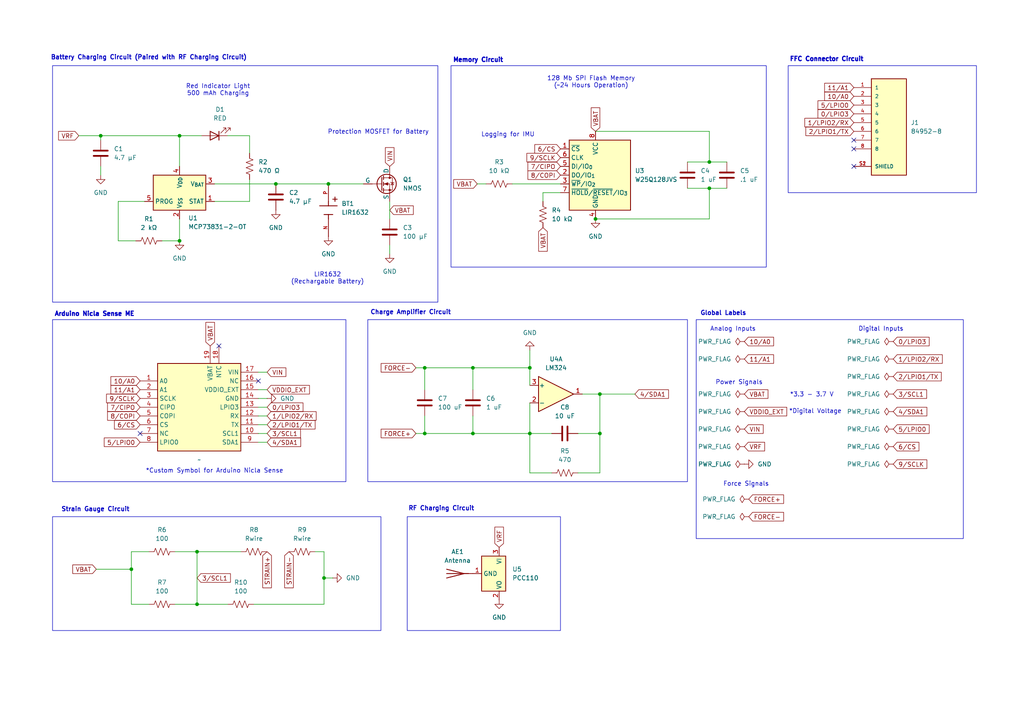
<source format=kicad_sch>
(kicad_sch (version 20250114) (generator "eeschema") (generator_version "9.0")
  (paper "A4")
  (lib_symbols
    (symbol "Amplifier_Operational:LM324" (pin_names (offset 0.127))
      (property "Reference" "U" (at 0 5.08 0))
      (property "Value" "LM324" (at 0 -5.08 0))
      (symbol "LM324_1_1"
        (polyline (pts (xy -5.08 5.08) (xy 5.08 0) (xy -5.08 -5.08) (xy -5.08 5.08)) (stroke (width 0.254)) (fill (type background)))
        (pin input line (at -7.62 2.54 0) (length 2.54) (name "+") (number "3"))
        (pin input line (at -7.62 -2.54 0) (length 2.54) (name "-") (number "2"))
        (pin output line (at 7.62 0 180) (length 2.54) (name "~") (number "1"))
      )
      (symbol "LM324_2_1"
        (polyline (pts (xy -5.08 5.08) (xy 5.08 0) (xy -5.08 -5.08) (xy -5.08 5.08)) (stroke (width 0.254)) (fill (type background)))
        (pin input line (at -7.62 2.54 0) (length 2.54) (name "+") (number "5"))
        (pin input line (at -7.62 -2.54 0) (length 2.54) (name "-") (number "6"))
        (pin output line (at 7.62 0 180) (length 2.54) (name "~") (number "7"))
      )
      (symbol "LM324_3_1"
        (polyline (pts (xy -5.08 5.08) (xy 5.08 0) (xy -5.08 -5.08) (xy -5.08 5.08)) (stroke (width 0.254)) (fill (type background)))
        (pin input line (at -7.62 2.54 0) (length 2.54) (name "+") (number "10"))
        (pin input line (at -7.62 -2.54 0) (length 2.54) (name "-") (number "9"))
        (pin output line (at 7.62 0 180) (length 2.54) (name "~") (number "8"))
      )
      (symbol "LM324_4_1"
        (polyline (pts (xy -5.08 5.08) (xy 5.08 0) (xy -5.08 -5.08) (xy -5.08 5.08)) (stroke (width 0.254)) (fill (type background)))
        (pin input line (at -7.62 2.54 0) (length 2.54) (name "+") (number "12"))
        (pin input line (at -7.62 -2.54 0) (length 2.54) (name "-") (number "13"))
        (pin output line (at 7.62 0 180) (length 2.54) (name "~") (number "14"))
      )
      (symbol "LM324_5_1"
        (pin power_in line (at -2.54 7.62 270) (length 3.81) (name "V+") (number "4"))
        (pin power_in line (at -2.54 -7.62 90) (length 3.81) (name "V-") (number "11"))
      )
    )
    (symbol "Battery_Management:MCP73831-2-OT"
      (property "Reference" "U" (at -7.62 6.35 0))
      (property "Value" "MCP73831-2-OT" (at 1.27 6.35 0))
      (symbol "MCP73831-2-OT_0_1"
        (rectangle (start -7.62 5.08) (end 7.62 -5.08) (stroke (width 0.254)) (fill (type background)))
      )
      (symbol "MCP73831-2-OT_1_1"
        (pin input line (at -10.16 -2.54 0) (length 2.54) (name "PROG") (number "5"))
        (pin power_in line (at 0 7.62 270) (length 2.54) (name "V_{DD}") (number "4"))
        (pin power_in line (at 0 -7.62 90) (length 2.54) (name "V_{SS}") (number "2"))
        (pin power_out line (at 10.16 2.54 180) (length 2.54) (name "V_{BAT}") (number "3"))
        (pin tri_state line (at 10.16 -2.54 180) (length 2.54) (name "STAT") (number "1"))
      )
    )
    (symbol "Device:Antenna" (pin_numbers (hide yes)) (pin_names (offset 1.016) (hide yes))
      (property "Reference" "AE" (at -1.905 1.905 0))
      (property "Value" "Antenna" (at -1.905 0 0))
      (symbol "Antenna_0_1"
        (polyline (pts (xy 0 2.54) (xy 0 -3.81)) (stroke (width 0.254)))
        (polyline (pts (xy 1.27 2.54) (xy 0 -2.54) (xy -1.27 2.54)) (stroke (width 0.254)))
      )
      (symbol "Antenna_1_1"
        (pin input line (at 0 -5.08 90) (length 2.54) (name "A") (number "1"))
      )
    )
    (symbol "Device:C" (pin_numbers (hide yes)) (pin_names (offset 0.254))
      (property "Reference" "C" (at 0.635 2.54 0))
      (property "Value" "C" (at 0.635 -2.54 0))
      (symbol "C_0_1"
        (polyline (pts (xy -2.032 0.762) (xy 2.032 0.762)) (stroke (width 0.508)))
        (polyline (pts (xy -2.032 -0.762) (xy 2.032 -0.762)) (stroke (width 0.508)))
      )
      (symbol "C_1_1"
        (pin passive line (at 0 3.81 270) (length 2.794) (name "~") (number "1"))
        (pin passive line (at 0 -3.81 90) (length 2.794) (name "~") (number "2"))
      )
    )
    (symbol "Device:LED" (pin_numbers (hide yes)) (pin_names (offset 1.016) (hide yes))
      (property "Reference" "D" (at 0 2.54 0))
      (property "Value" "LED" (at 0 -2.54 0))
      (symbol "LED_0_1"
        (polyline (pts (xy -3.048 -0.762) (xy -4.572 -2.286) (xy -3.81 -2.286) (xy -4.572 -2.286) (xy -4.572 -1.524)))
        (polyline (pts (xy -1.778 -0.762) (xy -3.302 -2.286) (xy -2.54 -2.286) (xy -3.302 -2.286) (xy -3.302 -1.524)))
        (polyline (pts (xy -1.27 0) (xy 1.27 0)))
        (polyline (pts (xy -1.27 -1.27) (xy -1.27 1.27)) (stroke (width 0.254)))
        (polyline (pts (xy 1.27 -1.27) (xy 1.27 1.27) (xy -1.27 0) (xy 1.27 -1.27)) (stroke (width 0.254)))
      )
      (symbol "LED_1_1"
        (pin passive line (at -3.81 0 0) (length 2.54) (name "K") (number "1"))
        (pin passive line (at 3.81 0 180) (length 2.54) (name "A") (number "2"))
      )
    )
    (symbol "Device:R_US" (pin_numbers (hide yes)) (pin_names (offset 0))
      (property "Reference" "R" (at 2.54 0 90))
      (property "Value" "R_US" (at -2.54 0 90))
      (symbol "R_US_0_1"
        (polyline (pts (xy 0 2.286) (xy 0 2.54)))
        (polyline (pts (xy 0 2.286) (xy 1.016 1.905) (xy 0 1.524) (xy -1.016 1.143) (xy 0 0.762)))
        (polyline (pts (xy 0 0.762) (xy 1.016 0.381) (xy 0 0) (xy -1.016 -0.381) (xy 0 -0.762)))
        (polyline (pts (xy 0 -0.762) (xy 1.016 -1.143) (xy 0 -1.524) (xy -1.016 -1.905) (xy 0 -2.286)))
        (polyline (pts (xy 0 -2.286) (xy 0 -2.54)))
      )
      (symbol "R_US_1_1"
        (pin passive line (at 0 3.81 270) (length 1.27) (name "~") (number "1"))
        (pin passive line (at 0 -3.81 90) (length 1.27) (name "~") (number "2"))
      )
    )
    (symbol "Memory_Flash:W25Q128JVS"
      (property "Reference" "U" (at -6.35 11.43 0))
      (property "Value" "W25Q128JVS" (at 7.62 11.43 0))
      (symbol "W25Q128JVS_0_1"
        (rectangle (start -7.62 10.16) (end 10.16 -10.16) (stroke (width 0.254)) (fill (type background)))
      )
      (symbol "W25Q128JVS_1_1"
        (pin input line (at -10.16 7.62 0) (length 2.54) (name "~{CS}") (number "1"))
        (pin input line (at -10.16 5.08 0) (length 2.54) (name "CLK") (number "6"))
        (pin bidirectional line (at -10.16 2.54 0) (length 2.54) (name "DI/IO_{0}") (number "5"))
        (pin bidirectional line (at -10.16 0 0) (length 2.54) (name "DO/IO_{1}") (number "2"))
        (pin bidirectional line (at -10.16 -2.54 0) (length 2.54) (name "~{WP}/IO_{2}") (number "3"))
        (pin bidirectional line (at -10.16 -5.08 0) (length 2.54) (name "~{HOLD}/~{RESET}/IO_{3}") (number "7"))
        (pin power_in line (at 0 12.7 270) (length 2.54) (name "VCC") (number "8"))
        (pin power_in line (at 0 -12.7 90) (length 2.54) (name "GND") (number "4"))
      )
    )
    (symbol "Regulator_Linear:LM1117DT-1.8"
      (property "Reference" "U" (at -3.81 3.175 0))
      (property "Value" "LM1117DT-1.8" (at 0 3.175 0))
      (symbol "LM1117DT-1.8_0_1"
        (rectangle (start -5.08 -5.08) (end 5.08 1.905) (stroke (width 0.254)) (fill (type background)))
      )
      (symbol "LM1117DT-1.8_1_1"
        (pin power_in line (at -7.62 0 0) (length 2.54) (name "VI") (number "3"))
        (pin power_in line (at 0 -7.62 90) (length 2.54) (name "GND") (number "1"))
        (pin power_out line (at 7.62 0 180) (length 2.54) (name "VO") (number "2"))
      )
    )
    (symbol "Simulation_SPICE:NMOS" (pin_numbers (hide yes)) (pin_names (offset 0))
      (property "Reference" "Q" (at 5.08 1.27 0))
      (property "Value" "NMOS" (at 5.08 -1.27 0))
      (symbol "NMOS_0_1"
        (polyline (pts (xy 0.254 1.905) (xy 0.254 -1.905)) (stroke (width 0.254)))
        (polyline (pts (xy 0.254 0) (xy -2.54 0)))
        (polyline (pts (xy 0.762 2.286) (xy 0.762 1.27)) (stroke (width 0.254)))
        (polyline (pts (xy 0.762 0.508) (xy 0.762 -0.508)) (stroke (width 0.254)))
        (polyline (pts (xy 0.762 -1.27) (xy 0.762 -2.286)) (stroke (width 0.254)))
        (polyline (pts (xy 0.762 -1.778) (xy 3.302 -1.778) (xy 3.302 1.778) (xy 0.762 1.778)))
        (polyline (pts (xy 1.016 0) (xy 2.032 0.381) (xy 2.032 -0.381) (xy 1.016 0)) (fill (type outline)))
        (circle (center 1.651 0) (radius 2.794) (stroke (width 0.254)))
        (polyline (pts (xy 2.54 2.54) (xy 2.54 1.778)))
        (circle (center 2.54 1.778) (radius 0.254) (fill (type outline)))
        (circle (center 2.54 -1.778) (radius 0.254) (fill (type outline)))
        (polyline (pts (xy 2.54 -2.54) (xy 2.54 0) (xy 0.762 0)))
        (polyline (pts (xy 2.794 0.508) (xy 2.921 0.381) (xy 3.683 0.381) (xy 3.81 0.254)))
        (polyline (pts (xy 3.302 0.381) (xy 2.921 -0.254) (xy 3.683 -0.254) (xy 3.302 0.381)))
      )
      (symbol "NMOS_1_1"
        (pin input line (at -5.08 0 0) (length 2.54) (name "G") (number "2"))
        (pin passive line (at 2.54 5.08 270) (length 2.54) (name "D") (number "1"))
        (pin passive line (at 2.54 -5.08 90) (length 2.54) (name "S") (number "3"))
      )
    )
    (symbol "power:GND" (power) (pin_numbers (hide yes)) (pin_names (offset 0) (hide yes))
      (property "Value" "GND" (at 0 -3.81 0))
      (symbol "GND_0_1"
        (polyline (pts (xy 0 0) (xy 0 -1.27) (xy 1.27 -1.27) (xy 0 -2.54) (xy -1.27 -1.27) (xy 0 -1.27)))
      )
      (symbol "GND_1_1"
        (pin power_in line (at 0 0 270) (length 0) (name "~") (number "1"))
      )
    )
    (symbol "power:PWR_FLAG" (power) (pin_numbers (hide yes)) (pin_names (offset 0) (hide yes))
      (property "Value" "PWR_FLAG" (at 0 3.81 0))
      (symbol "PWR_FLAG_0_0"
        (pin power_out line (at 0 0 90) (length 0) (name "~") (number "1"))
      )
      (symbol "PWR_FLAG_0_1"
        (polyline (pts (xy 0 0) (xy 0 1.27) (xy -1.016 1.905) (xy 0 2.54) (xy 1.016 1.905) (xy 0 1.27)))
      )
    )
    (symbol "symbols:84952-8" (pin_names (offset 1.016))
      (property "Reference" "J" (at -5.08 13.97 0))
      (property "Value" "84952-8" (at -5.08 -17.78 0))
      (symbol "84952-8_0_0"
        (rectangle (start -5.08 -15.24) (end 5.08 12.7) (stroke (width 0.254)) (fill (type background)))
        (pin passive line (at -10.16 10.16 0) (length 5.08) (name "1") (number "1"))
        (pin passive line (at -10.16 7.62 0) (length 5.08) (name "2") (number "2"))
        (pin passive line (at -10.16 5.08 0) (length 5.08) (name "3") (number "3"))
        (pin passive line (at -10.16 2.54 0) (length 5.08) (name "4") (number "4"))
        (pin passive line (at -10.16 0 0) (length 5.08) (name "5") (number "5"))
        (pin passive line (at -10.16 -2.54 0) (length 5.08) (name "6") (number "6"))
        (pin passive line (at -10.16 -5.08 0) (length 5.08) (name "7") (number "7"))
        (pin passive line (at -10.16 -7.62 0) (length 5.08) (name "8") (number "8"))
        (pin passive line (at -10.16 -12.7 0) (length 5.08) (name "SHIELD") (number "S1"))
        (pin passive line (at -10.16 -12.7 0) (length 5.08) (name "SHIELD") (number "S2"))
      )
    )
    (symbol "symbols:Arduino_Nicla_Sense"
      (symbol "Arduino_Nicla_Sense_0_1"
        (rectangle (start -7.62 10.16) (end 16.51 -15.24) (stroke (width 0.254)) (fill (type background)))
      )
      (symbol "Arduino_Nicla_Sense_1_1"
        (pin input line (at -12.7 5.08 0) (length 5.08) (name "A0") (number "1"))
        (pin input line (at -12.7 2.54 0) (length 5.08) (name "A1") (number "2"))
        (pin input line (at -12.7 0 0) (length 5.08) (name "SCLK") (number "3"))
        (pin input line (at -12.7 -2.54 0) (length 5.08) (name "CIPO") (number "4"))
        (pin input line (at -12.7 -5.08 0) (length 5.08) (name "COPI") (number "5"))
        (pin input line (at -12.7 -7.62 0) (length 5.08) (name "CS") (number "6"))
        (pin input line (at -12.7 -10.16 0) (length 5.08) (name "NC") (number "7"))
        (pin input line (at -12.7 -12.7 0) (length 5.08) (name "LPIO0") (number "8"))
        (pin input line (at 7.62 15.24 270) (length 5.08) (name "VBAT") (number "19"))
        (pin input line (at 10.16 15.24 270) (length 5.08) (name "NTC") (number "18"))
        (pin input line (at 21.59 7.62 180) (length 5.08) (name "VIN") (number "17"))
        (pin input line (at 21.59 5.08 180) (length 5.08) (name "NC") (number "16"))
        (pin input line (at 21.59 2.54 180) (length 5.08) (name "VDDIO_EXT") (number "15"))
        (pin input line (at 21.59 0 180) (length 5.08) (name "GND") (number "14"))
        (pin input line (at 21.59 -2.54 180) (length 5.08) (name "LPIO3") (number "13"))
        (pin input line (at 21.59 -5.08 180) (length 5.08) (name "RX") (number "12"))
        (pin input line (at 21.59 -7.62 180) (length 5.08) (name "TX") (number "11"))
        (pin input line (at 21.59 -10.16 180) (length 5.08) (name "SCL1") (number "10"))
        (pin input line (at 21.59 -12.7 180) (length 5.08) (name "SDA1") (number "9"))
      )
    )
    (symbol "symbols:KEYSTONE_504" (pin_names (offset 1.016))
      (property "Reference" "BT" (at -3.81 3.81 0))
      (property "Value" "KEYSTONE_504" (at -3.81 -5.08 0))
      (symbol "KEYSTONE_504_0_0"
        (polyline (pts (xy -3.81 1.905) (xy -2.54 1.905)) (stroke (width 0.254)))
        (polyline (pts (xy -3.175 2.54) (xy -3.175 1.27)) (stroke (width 0.254)))
        (polyline (pts (xy -1.27 2.54) (xy -1.27 0)) (stroke (width 0.254)))
        (polyline (pts (xy -1.27 0) (xy -2.54 0)) (stroke (width 0.254)))
        (polyline (pts (xy -1.27 0) (xy -1.27 -2.54)) (stroke (width 0.254)))
        (polyline (pts (xy 1.27 1.27) (xy 1.27 0)) (stroke (width 0.254)))
        (polyline (pts (xy 1.27 0) (xy 1.27 -1.27)) (stroke (width 0.254)))
        (polyline (pts (xy 1.27 0) (xy 2.54 0)) (stroke (width 0.254)))
        (pin passive line (at -7.62 0 0) (length 5.08) (name "~") (number "P"))
        (pin passive line (at 7.62 0 180) (length 5.08) (name "~") (number "N"))
      )
    )
  )
  (rectangle (start 15.24 92.71) (end 100.33 139.7))
  (rectangle (start 15.24 19.05) (end 127 87.63))
  (rectangle (start 228.6 19.05) (end 283.21 55.88))
  (rectangle (start 118.11 149.86) (end 162.56 182.88))
  (rectangle (start 15.24 149.86) (end 110.49 182.88))
  (rectangle (start 106.68 92.71) (end 199.39 139.7))
  (rectangle (start 201.93 92.71) (end 279.4 156.21))
  (rectangle (start 130.81 19.05) (end 222.25 77.47))
  (text "Global Labels" (at 209.804 90.932 0) (effects (font (size 1.27 1.27) (thickness 0.254) (bold yes))))
  (text "*Custom Symbol for Arduino Nicla Sense" (at 62.23 136.652 0) (effects (font (size 1.27 1.27))))
  (text "Battery Charging Circuit (Paired with RF Charging Circuit)" (at 43.18 16.764 0) (effects (font (size 1.27 1.27) (thickness 0.254) (bold yes))))
  (text "LIR1632\n(Rechargable Battery)" (at 94.996 80.772 0) (effects (font (size 1.27 1.27))))
  (text "*3.3 - 3.7 V" (at 235.458 114.554 0) (effects (font (size 1.27 1.27))))
  (text "128 Mb SPI Flash Memory\n(~24 Hours Operation)" (at 171.45 23.876 0) (effects (font (size 1.27 1.27))))
  (text "Power Signals" (at 214.376 110.998 0) (effects (font (size 1.27 1.27))))
  (text "*Digital Voltage\n" (at 236.474 119.38 0) (effects (font (size 1.27 1.27))))
  (text "Logging for IMU" (at 147.32 39.116 0) (effects (font (size 1.27 1.27))))
  (text "Arduino Nicla Sense ME" (at 27.432 91.186 0) (effects (font (size 1.27 1.27) (thickness 0.381) (bold yes))))
  (text "Force Signals" (at 216.408 140.462 0) (effects (font (size 1.27 1.27))))
  (text "Memory Circuit" (at 138.684 17.526 0) (effects (font (size 1.27 1.27) (thickness 0.381) (bold yes))))
  (text "Strain Gauge Circuit" (at 27.686 147.828 0) (effects (font (size 1.27 1.27) (thickness 0.254) (bold yes))))
  (text "Red Indicator Light\n500 mAh Charging" (at 63.246 26.162 0) (effects (font (size 1.27 1.27))))
  (text "RF Charging Circuit" (at 128.016 147.574 0) (effects (font (size 1.27 1.27) (thickness 0.254) (bold yes))))
  (text "Digital Inputs" (at 255.524 95.504 0) (effects (font (size 1.27 1.27) (thickness 0.1588))))
  (text "FFC Connector Circuit\n" (at 239.776 17.272 0) (effects (font (size 1.27 1.27) (thickness 0.381) (bold yes))))
  (text "Protection MOSFET for Battery\n" (at 109.728 38.354 0) (effects (font (size 1.27 1.27))))
  (text "Analog Inputs\n" (at 212.598 95.504 0) (effects (font (size 1.27 1.27))))
  (text "Charge Amplifier Circuit" (at 119.126 90.678 0) (effects (font (size 1.27 1.27) (thickness 0.254) (bold yes))))
  (junction (at 29.21 39.37))
  (junction (at 80.01 53.34))
  (junction (at 205.74 54.61))
  (junction (at 173.99 114.3))
  (junction (at 137.16 125.73))
  (junction (at 123.19 125.73))
  (junction (at 95.25 53.34))
  (junction (at 123.19 106.68))
  (junction (at 153.67 106.68))
  (junction (at 172.72 63.5))
  (junction (at 173.99 125.73))
  (junction (at 57.15 175.26))
  (junction (at 52.07 69.85))
  (junction (at 137.16 106.68))
  (junction (at 57.15 160.02))
  (junction (at 38.1 165.1))
  (junction (at 205.74 46.99))
  (junction (at 52.07 39.37))
  (junction (at 93.98 167.64))
  (junction (at 153.67 125.73))
  (no_connect (at 40.64 125.73))
  (no_connect (at 63.5 100.33))
  (no_connect (at 74.93 110.49))
  (no_connect (at 247.65 43.18))
  (no_connect (at 247.65 48.26))
  (no_connect (at 247.65 40.64))
  (wire (pts (xy 205.74 54.61) (xy 210.82 54.61)))
  (wire (pts (xy 38.1 175.26) (xy 38.1 165.1)))
  (wire (pts (xy 157.48 55.88) (xy 162.56 55.88)))
  (wire (pts (xy 123.19 120.65) (xy 123.19 125.73)))
  (wire (pts (xy 205.74 38.1) (xy 172.72 38.1)))
  (wire (pts (xy 137.16 106.68) (xy 123.19 106.68)))
  (wire (pts (xy 205.74 46.99) (xy 210.82 46.99)))
  (wire (pts (xy 93.98 167.64) (xy 93.98 160.02)))
  (wire (pts (xy 74.93 118.11) (xy 77.47 118.11)))
  (wire (pts (xy 38.1 165.1) (xy 27.94 165.1)))
  (wire (pts (xy 80.01 53.34) (xy 95.25 53.34)))
  (wire (pts (xy 29.21 39.37) (xy 52.07 39.37)))
  (wire (pts (xy 160.02 125.73) (xy 153.67 125.73)))
  (wire (pts (xy 74.93 125.73) (xy 77.47 125.73)))
  (wire (pts (xy 93.98 175.26) (xy 93.98 167.64)))
  (wire (pts (xy 38.1 160.02) (xy 38.1 165.1)))
  (wire (pts (xy 74.93 107.95) (xy 77.47 107.95)))
  (wire (pts (xy 29.21 39.37) (xy 29.21 40.64)))
  (wire (pts (xy 167.64 137.16) (xy 173.99 137.16)))
  (wire (pts (xy 173.99 125.73) (xy 173.99 114.3)))
  (wire (pts (xy 29.21 48.26) (xy 29.21 50.8)))
  (wire (pts (xy 50.8 160.02) (xy 57.15 160.02)))
  (wire (pts (xy 74.93 128.27) (xy 77.47 128.27)))
  (wire (pts (xy 74.93 115.57) (xy 77.47 115.57)))
  (wire (pts (xy 72.39 58.42) (xy 62.23 58.42)))
  (wire (pts (xy 205.74 54.61) (xy 205.74 63.5)))
  (wire (pts (xy 57.15 175.26) (xy 66.04 175.26)))
  (wire (pts (xy 73.66 175.26) (xy 93.98 175.26)))
  (wire (pts (xy 34.29 69.85) (xy 39.37 69.85)))
  (wire (pts (xy 72.39 52.07) (xy 72.39 58.42)))
  (wire (pts (xy 74.93 123.19) (xy 77.47 123.19)))
  (wire (pts (xy 93.98 160.02) (xy 91.44 160.02)))
  (wire (pts (xy 148.59 53.34) (xy 162.56 53.34)))
  (wire (pts (xy 52.07 39.37) (xy 52.07 48.26)))
  (wire (pts (xy 57.15 160.02) (xy 57.15 175.26)))
  (wire (pts (xy 113.03 71.12) (xy 113.03 73.66)))
  (wire (pts (xy 137.16 125.73) (xy 153.67 125.73)))
  (wire (pts (xy 173.99 114.3) (xy 168.91 114.3)))
  (wire (pts (xy 57.15 175.26) (xy 50.8 175.26)))
  (wire (pts (xy 167.64 125.73) (xy 173.99 125.73)))
  (wire (pts (xy 95.25 53.34) (xy 105.41 53.34)))
  (wire (pts (xy 120.65 125.73) (xy 123.19 125.73)))
  (wire (pts (xy 173.99 114.3) (xy 184.15 114.3)))
  (wire (pts (xy 138.43 53.34) (xy 140.97 53.34)))
  (wire (pts (xy 199.39 54.61) (xy 205.74 54.61)))
  (wire (pts (xy 199.39 46.99) (xy 205.74 46.99)))
  (wire (pts (xy 173.99 125.73) (xy 173.99 137.16)))
  (wire (pts (xy 46.99 69.85) (xy 52.07 69.85)))
  (wire (pts (xy 93.98 167.64) (xy 96.52 167.64)))
  (wire (pts (xy 66.04 39.37) (xy 72.39 39.37)))
  (wire (pts (xy 58.42 39.37) (xy 52.07 39.37)))
  (wire (pts (xy 38.1 160.02) (xy 43.18 160.02)))
  (wire (pts (xy 153.67 101.6) (xy 153.67 106.68)))
  (wire (pts (xy 205.74 46.99) (xy 205.74 38.1)))
  (wire (pts (xy 153.67 125.73) (xy 153.67 137.16)))
  (wire (pts (xy 72.39 39.37) (xy 72.39 44.45)))
  (wire (pts (xy 22.86 39.37) (xy 29.21 39.37)))
  (wire (pts (xy 137.16 106.68) (xy 153.67 106.68)))
  (wire (pts (xy 137.16 106.68) (xy 137.16 113.03)))
  (wire (pts (xy 157.48 58.42) (xy 157.48 55.88)))
  (wire (pts (xy 137.16 125.73) (xy 137.16 120.65)))
  (wire (pts (xy 153.67 106.68) (xy 153.67 111.76)))
  (wire (pts (xy 153.67 125.73) (xy 153.67 116.84)))
  (wire (pts (xy 52.07 69.85) (xy 52.07 63.5)))
  (wire (pts (xy 41.91 58.42) (xy 34.29 58.42)))
  (wire (pts (xy 123.19 106.68) (xy 123.19 113.03)))
  (wire (pts (xy 123.19 125.73) (xy 137.16 125.73)))
  (wire (pts (xy 120.65 106.68) (xy 123.19 106.68)))
  (wire (pts (xy 113.03 58.42) (xy 113.03 63.5)))
  (wire (pts (xy 43.18 175.26) (xy 38.1 175.26)))
  (wire (pts (xy 34.29 58.42) (xy 34.29 69.85)))
  (wire (pts (xy 172.72 63.5) (xy 205.74 63.5)))
  (wire (pts (xy 153.67 137.16) (xy 160.02 137.16)))
  (wire (pts (xy 57.15 160.02) (xy 69.85 160.02)))
  (wire (pts (xy 62.23 53.34) (xy 80.01 53.34)))
  (wire (pts (xy 74.93 113.03) (xy 77.47 113.03)))
  (wire (pts (xy 74.93 120.65) (xy 77.47 120.65)))
  (global_label "VIN" (shape input) (at 113.03 48.26 90) (property "Intersheetrefs" "${INTERSHEET_REFS}" (effects (hide yes))))
  (global_label "4{slash}SDA1" (shape input) (at 77.47 128.27 0) (property "Intersheetrefs" "${INTERSHEET_REFS}" (effects (hide yes))))
  (global_label "VBAT" (shape input) (at 60.96 100.33 90) (property "Intersheetrefs" "${INTERSHEET_REFS}" (effects (hide yes))))
  (global_label "VBAT" (shape input) (at 157.48 66.04 270) (property "Intersheetrefs" "${INTERSHEET_REFS}" (effects (hide yes))))
  (global_label "6{slash}CS" (shape input) (at 40.64 123.19 180) (property "Intersheetrefs" "${INTERSHEET_REFS}" (effects (hide yes))))
  (global_label "FORCE-" (shape input) (at 120.65 106.68 180) (effects (font (thickness 0.1588))) (property "Intersheetrefs" "${INTERSHEET_REFS}" (effects (hide yes))))
  (global_label "7{slash}CIPO" (shape input) (at 162.56 48.26 180) (property "Intersheetrefs" "${INTERSHEET_REFS}" (effects (hide yes))))
  (global_label "7{slash}CIPO" (shape input) (at 40.64 118.11 180) (property "Intersheetrefs" "${INTERSHEET_REFS}" (effects (hide yes))))
  (global_label "5{slash}LPIO0" (shape input) (at 247.65 30.48 180) (property "Intersheetrefs" "${INTERSHEET_REFS}" (effects (hide yes))))
  (global_label "0{slash}LPIO3" (shape input) (at 259.08 99.06 0) (property "Intersheetrefs" "${INTERSHEET_REFS}" (effects (hide yes))))
  (global_label "VRF" (shape input) (at 144.78 158.75 90) (property "Intersheetrefs" "${INTERSHEET_REFS}" (effects (hide yes))))
  (global_label "6{slash}CS" (shape input) (at 259.08 129.54 0) (property "Intersheetrefs" "${INTERSHEET_REFS}" (effects (hide yes))))
  (global_label "0{slash}LPIO3" (shape input) (at 247.65 33.02 180) (property "Intersheetrefs" "${INTERSHEET_REFS}" (effects (hide yes))))
  (global_label "3{slash}SCL1" (shape input) (at 57.15 167.64 0) (property "Intersheetrefs" "${INTERSHEET_REFS}" (effects (hide yes))))
  (global_label "9{slash}SCLK" (shape input) (at 40.64 115.57 180) (property "Intersheetrefs" "${INTERSHEET_REFS}" (effects (hide yes))))
  (global_label "10{slash}A0" (shape input) (at 215.9 99.06 0) (property "Intersheetrefs" "${INTERSHEET_REFS}" (effects (hide yes))))
  (global_label "2{slash}LPIO1{slash}TX" (shape input) (at 77.47 123.19 0) (property "Intersheetrefs" "${INTERSHEET_REFS}" (effects (hide yes))))
  (global_label "6{slash}CS" (shape input) (at 162.56 43.18 180) (property "Intersheetrefs" "${INTERSHEET_REFS}" (effects (hide yes))))
  (global_label "STRAIN-" (shape input) (at 83.82 160.02 270) (effects (font (thickness 0.1588))) (property "Intersheetrefs" "${INTERSHEET_REFS}" (effects (hide yes))))
  (global_label "VRF" (shape input) (at 215.9 129.54 0) (property "Intersheetrefs" "${INTERSHEET_REFS}" (effects (hide yes))))
  (global_label "11{slash}A1" (shape input) (at 40.64 113.03 180) (property "Intersheetrefs" "${INTERSHEET_REFS}" (effects (hide yes))))
  (global_label "2{slash}LPIO1{slash}TX" (shape input) (at 259.08 109.22 0) (property "Intersheetrefs" "${INTERSHEET_REFS}" (effects (hide yes))))
  (global_label "VBAT" (shape input) (at 215.9 114.3 0) (property "Intersheetrefs" "${INTERSHEET_REFS}" (effects (hide yes))))
  (global_label "1{slash}LPIO2{slash}RX" (shape input) (at 259.08 104.14 0) (property "Intersheetrefs" "${INTERSHEET_REFS}" (effects (hide yes))))
  (global_label "FORCE-" (shape input) (at 217.17 149.86 0) (property "Intersheetrefs" "${INTERSHEET_REFS}" (effects (hide yes))))
  (global_label "8{slash}COPI" (shape input) (at 162.56 50.8 180) (property "Intersheetrefs" "${INTERSHEET_REFS}" (effects (hide yes))))
  (global_label "VBAT" (shape input) (at 27.94 165.1 180) (effects (font (thickness 0.1588))) (property "Intersheetrefs" "${INTERSHEET_REFS}" (effects (hide yes))))
  (global_label "VIN" (shape input) (at 77.47 107.95 0) (property "Intersheetrefs" "${INTERSHEET_REFS}" (effects (hide yes))))
  (global_label "FORCE+" (shape input) (at 217.17 144.78 0) (property "Intersheetrefs" "${INTERSHEET_REFS}" (effects (hide yes))))
  (global_label "11{slash}A1" (shape input) (at 247.65 25.4 180) (property "Intersheetrefs" "${INTERSHEET_REFS}" (effects (hide yes))))
  (global_label "3{slash}SCL1" (shape input) (at 77.47 125.73 0) (property "Intersheetrefs" "${INTERSHEET_REFS}" (effects (hide yes))))
  (global_label "9{slash}SCLK" (shape input) (at 162.56 45.72 180) (property "Intersheetrefs" "${INTERSHEET_REFS}" (effects (hide yes))))
  (global_label "2{slash}LPIO1{slash}TX" (shape input) (at 247.65 38.1 180) (property "Intersheetrefs" "${INTERSHEET_REFS}" (effects (hide yes))))
  (global_label "4{slash}SDA1" (shape input) (at 259.08 119.38 0) (property "Intersheetrefs" "${INTERSHEET_REFS}" (effects (hide yes))))
  (global_label "VIN" (shape input) (at 215.9 124.46 0) (property "Intersheetrefs" "${INTERSHEET_REFS}" (effects (hide yes))))
  (global_label "1{slash}LPIO2{slash}RX" (shape input) (at 77.47 120.65 0) (property "Intersheetrefs" "${INTERSHEET_REFS}" (effects (hide yes))))
  (global_label "0{slash}LPIO3" (shape input) (at 77.47 118.11 0) (property "Intersheetrefs" "${INTERSHEET_REFS}" (effects (hide yes))))
  (global_label "1{slash}LPIO2{slash}RX" (shape input) (at 247.65 35.56 180) (property "Intersheetrefs" "${INTERSHEET_REFS}" (effects (hide yes))))
  (global_label "FORCE+" (shape input) (at 120.65 125.73 180) (effects (font (thickness 0.1588))) (property "Intersheetrefs" "${INTERSHEET_REFS}" (effects (hide yes))))
  (global_label "4{slash}SDA1" (shape input) (at 184.15 114.3 0) (property "Intersheetrefs" "${INTERSHEET_REFS}" (effects (hide yes))))
  (global_label "5{slash}LPIO0" (shape input) (at 259.08 124.46 0) (property "Intersheetrefs" "${INTERSHEET_REFS}" (effects (hide yes))))
  (global_label "9{slash}SCLK" (shape input) (at 259.08 134.62 0) (property "Intersheetrefs" "${INTERSHEET_REFS}" (effects (hide yes))))
  (global_label "STRAIN+" (shape input) (at 77.47 160.02 270) (effects (font (thickness 0.1588))) (property "Intersheetrefs" "${INTERSHEET_REFS}" (effects (hide yes))))
  (global_label "VBAT" (shape input) (at 172.72 38.1 90) (property "Intersheetrefs" "${INTERSHEET_REFS}" (effects (hide yes))))
  (global_label "3{slash}SCL1" (shape input) (at 259.08 114.3 0) (property "Intersheetrefs" "${INTERSHEET_REFS}" (effects (hide yes))))
  (global_label "10{slash}A0" (shape input) (at 40.64 110.49 180) (property "Intersheetrefs" "${INTERSHEET_REFS}" (effects (hide yes))))
  (global_label "VBAT" (shape input) (at 113.03 60.96 0) (property "Intersheetrefs" "${INTERSHEET_REFS}" (effects (hide yes))))
  (global_label "VRF" (shape input) (at 22.86 39.37 180) (property "Intersheetrefs" "${INTERSHEET_REFS}" (effects (hide yes))))
  (global_label "VBAT" (shape input) (at 138.43 53.34 180) (property "Intersheetrefs" "${INTERSHEET_REFS}" (effects (hide yes))))
  (global_label "8{slash}COPI" (shape input) (at 40.64 120.65 180) (property "Intersheetrefs" "${INTERSHEET_REFS}" (effects (hide yes))))
  (global_label "11{slash}A1" (shape input) (at 215.9 104.14 0) (property "Intersheetrefs" "${INTERSHEET_REFS}" (effects (hide yes))))
  (global_label "5{slash}LPIO0" (shape input) (at 40.64 128.27 180) (property "Intersheetrefs" "${INTERSHEET_REFS}" (effects (hide yes))))
  (global_label "VDDIO_EXT" (shape input) (at 215.9 119.38 0) (property "Intersheetrefs" "${INTERSHEET_REFS}" (effects (hide yes))))
  (global_label "VDDIO_EXT" (shape input) (at 77.47 113.03 0) (property "Intersheetrefs" "${INTERSHEET_REFS}" (effects (hide yes))))
  (global_label "10{slash}A0" (shape input) (at 247.65 27.94 180) (property "Intersheetrefs" "${INTERSHEET_REFS}" (effects (hide yes))))
  (symbol (lib_id "power:GND") (at 77.47 115.57 90) (mirror x) (unit 1)
    (property "Reference" "#PWR016" (effects (hide yes)))
    (property "Value" "GND" (at 81.28 115.5699 90) (effects (justify right)))
    (property "Description" "Power symbol creates a global label with name \"GND\" , ground" (effects (hide yes)))
  )
  (symbol (lib_id "power:PWR_FLAG") (at 215.9 134.62 90) (unit 1)
    (property "Reference" "#FLG017" (effects (hide yes)))
    (property "Value" "PWR_FLAG" (at 212.09 134.6199 90) (effects (justify left)))
    (property "Description" "Special symbol for telling ERC where power comes from" (effects (hide yes)))
  )
  (symbol (lib_id "power:GND") (at 52.07 69.85 0) (unit 1)
    (property "Reference" "#PWR02" (effects (hide yes)))
    (property "Value" "GND" (at 52.07 74.93 0))
    (property "Description" "Power symbol creates a global label with name \"GND\" , ground" (effects (hide yes)))
  )
  (symbol (lib_id "power:PWR_FLAG") (at 259.08 99.06 90) (unit 1)
    (property "Reference" "#FLG01" (effects (hide yes)))
    (property "Value" "PWR_FLAG" (at 255.27 99.0599 90) (effects (justify left)))
    (property "Description" "Special symbol for telling ERC where power comes from" (effects (hide yes)))
  )
  (symbol (lib_id "power:GND") (at 153.67 101.6 0) (mirror x) (unit 1)
    (property "Reference" "#PWR05" (effects (hide yes)))
    (property "Value" "GND" (at 153.67 96.52 0))
    (property "Description" "Power symbol creates a global label with name \"GND\" , ground" (effects (hide yes)))
  )
  (symbol (lib_id "Device:LED") (at 62.23 39.37 180) (unit 1)
    (property "Reference" "D1" (at 63.8175 31.75 0))
    (property "Value" "RED" (at 63.8175 34.29 0))
    (property "Footprint" "Diode_SMD:D_0201_0603Metric" (effects (hide yes)))
    (property "Description" "Light emitting diode" (effects (hide yes)))
    (property "Sim.Pins" "1=K 2=A" (effects (hide yes)))
  )
  (symbol (lib_id "power:PWR_FLAG") (at 217.17 144.78 90) (unit 1)
    (property "Reference" "#FLG011" (effects (hide yes)))
    (property "Value" "PWR_FLAG" (at 213.36 144.7799 90) (effects (justify left)))
    (property "Description" "Special symbol for telling ERC where power comes from" (effects (hide yes)))
  )
  (symbol (lib_id "Device:C") (at 29.21 44.45 180) (unit 1)
    (property "Reference" "C1" (at 33.02 43.1799 0) (effects (justify right)))
    (property "Value" "4.7 μF" (at 33.02 45.7199 0) (effects (justify right)))
    (property "Footprint" "Capacitor_SMD:C_0201_0603Metric" (effects (hide yes)))
    (property "Description" "Unpolarized capacitor" (effects (hide yes)))
  )
  (symbol (lib_id "symbols:84952-8") (at 257.81 35.56 0) (unit 1)
    (property "Reference" "J1" (at 264.16 35.5599 0) (effects (justify left)))
    (property "Value" "84952-8" (at 264.16 38.0999 0) (effects (justify left)))
    (property "Footprint" "footprints:FFC_84952-8" (effects (hide yes)))
    (property "Comment" "84952-8" (effects (hide yes)))
    (property "MF" "TE Connectivity" (effects (hide yes)))
    (property "MAXIMUM_PACKAGE_HEIGHT" "2.74  mm" (effects (hide yes)))
    (property "Package" "None" (effects (hide yes)))
    (property "Price" "None" (effects (hide yes)))
    (property "Check_prices" "https://www.snapeda.com/parts/84952-8/TE+Connectivity+AMP+Connectors/view-part/?ref=eda" (effects (hide yes)))
    (property "STANDARD" "Manufacturer Recommendations" (effects (hide yes)))
    (property "PARTREV" "A4" (effects (hide yes)))
    (property "SnapEDA_Link" "https://www.snapeda.com/parts/84952-8/TE+Connectivity+AMP+Connectors/view-part/?ref=snap" (effects (hide yes)))
    (property "MP" "84952-8" (effects (hide yes)))
    (property "EU_RoHS_Compliance" "Compliant" (effects (hide yes)))
    (property "Description_1" "FFC / FPC Board Connector, 1 mm, 8 Contacts, Receptacle, FPC Series, Surface Mount, Bottom" (effects (hide yes)))
    (property "Availability" "In Stock" (effects (hide yes)))
    (property "MANUFACTURER" "TE Connectivity" (effects (hide yes)))
  )
  (symbol (lib_id "power:PWR_FLAG") (at 215.9 124.46 90) (unit 1)
    (property "Reference" "#FLG016" (effects (hide yes)))
    (property "Value" "PWR_FLAG" (at 212.09 124.4599 90) (effects (justify left)))
    (property "Description" "Special symbol for telling ERC where power comes from" (effects (hide yes)))
  )
  (symbol (lib_id "Device:R_US") (at 69.85 175.26 90) (unit 1)
    (property "Reference" "R10" (at 69.85 168.91 90))
    (property "Value" "100" (at 69.85 171.45 90))
    (property "Description" "Resistor, US symbol" (effects (hide yes)))
  )
  (symbol (lib_id "power:PWR_FLAG") (at 215.9 99.06 90) (unit 1)
    (property "Reference" "#FLG02" (effects (hide yes)))
    (property "Value" "PWR_FLAG" (at 212.09 99.0599 90) (effects (justify left)))
    (property "Description" "Special symbol for telling ERC where power comes from" (effects (hide yes)))
  )
  (symbol (lib_id "power:GND") (at 96.52 167.64 90) (unit 1)
    (property "Reference" "#PWR06" (effects (hide yes)))
    (property "Value" "GND" (at 100.33 167.6399 90) (effects (justify right)))
    (property "Description" "Power symbol creates a global label with name \"GND\" , ground" (effects (hide yes)))
  )
  (symbol (lib_id "Device:R_US") (at 73.66 160.02 90) (unit 1)
    (property "Reference" "R8" (at 73.66 153.67 90))
    (property "Value" "Rwire" (at 73.66 156.21 90))
    (property "Description" "Resistor, US symbol" (effects (hide yes)))
  )
  (symbol (lib_id "power:PWR_FLAG") (at 259.08 129.54 90) (unit 1)
    (property "Reference" "#FLG010" (effects (hide yes)))
    (property "Value" "PWR_FLAG" (at 255.27 129.5399 90) (effects (justify left)))
    (property "Description" "Special symbol for telling ERC where power comes from" (effects (hide yes)))
  )
  (symbol (lib_id "power:GND") (at 144.78 173.99 0) (unit 1)
    (property "Reference" "#PWR07" (effects (hide yes)))
    (property "Value" "GND" (at 144.78 179.07 0))
    (property "Description" "Power symbol creates a global label with name \"GND\" , ground" (effects (hide yes)))
  )
  (symbol (lib_id "power:GND") (at 80.01 60.96 0) (unit 1)
    (property "Reference" "#PWR012" (effects (hide yes)))
    (property "Value" "GND" (at 80.01 66.04 0))
    (property "Description" "Power symbol creates a global label with name \"GND\" , ground" (effects (hide yes)))
  )
  (symbol (lib_id "Regulator_Linear:LM1117DT-1.8") (at 144.78 166.37 270) (unit 1)
    (property "Reference" "U5" (at 148.59 165.0999 90) (effects (justify left)))
    (property "Value" "PCC110" (at 148.59 167.6399 90) (effects (justify left)))
    (property "Footprint" "Package_TO_SOT_SMD:TO-252-3_TabPin2" (effects (hide yes)))
    (property "Datasheet" "http://www.ti.com/lit/ds/symlink/lm1117.pdf" (effects (hide yes)))
    (property "Description" "800mA Low-Dropout Linear Regulator, 1.8V fixed output, TO-252" (effects (hide yes)))
  )
  (symbol (lib_id "symbols:KEYSTONE_504") (at 95.25 60.96 270) (unit 1)
    (property "Reference" "BT1" (at 99.06 59.0549 90) (effects (justify left)))
    (property "Value" "LIR1632" (at 99.06 61.5949 90) (effects (justify left)))
    (property "Footprint" "footprints:BAT_504" (effects (hide yes)))
    (property "MF" "Keystone Electronics" (effects (hide yes)))
    (property "MAXIMUM_PACKAGE_HEIGHT" "5.38mm" (effects (hide yes)))
    (property "Package" "None" (effects (hide yes)))
    (property "Price" "None" (effects (hide yes)))
    (property "Check_prices" "https://www.snapeda.com/parts/504/Keystone/view-part/?ref=eda" (effects (hide yes)))
    (property "STANDARD" "Manufacturer Recommendations" (effects (hide yes)))
    (property "PARTREV" "H" (effects (hide yes)))
    (property "SnapEDA_Link" "https://www.snapeda.com/parts/504/Keystone/view-part/?ref=snap" (effects (hide yes)))
    (property "MP" "504" (effects (hide yes)))
    (property "Description_1" "SMT Holder for 16mm Cell" (effects (hide yes)))
    (property "SNAPEDA_PN" "504" (effects (hide yes)))
    (property "Availability" "In Stock" (effects (hide yes)))
    (property "MANUFACTURER" "Keystone" (effects (hide yes)))
  )
  (symbol (lib_id "Amplifier_Operational:LM324") (at 161.29 114.3 0) (unit 1)
    (property "Reference" "U4" (at 161.29 104.14 0))
    (property "Value" "LM324" (at 161.29 106.68 0))
    (property "Datasheet" "http://www.ti.com/lit/ds/symlink/lm2902-n.pdf" (effects (hide yes)))
    (property "Description" "Low-Power, Quad-Operational Amplifiers, DIP-14/SOIC-14/SSOP-14" (effects (hide yes)))
  )
  (symbol (lib_id "symbols:Arduino_Nicla_Sense") (at 53.34 115.57 0) (unit 1)
    (property "Reference" "U2" (effects (hide yes)))
    (property "Value" "~" (at 57.785 133.35 0))
    (property "Footprint" "footprints:Arduino_Nicla_Sense" (effects (hide yes)))
  )
  (symbol (lib_id "Battery_Management:MCP73831-2-OT") (at 52.07 55.88 0) (unit 1)
    (property "Reference" "U1" (at 54.61 63.246 0) (effects (justify left)))
    (property "Value" "MCP73831-2-OT" (at 54.61 65.786 0) (effects (justify left)))
    (property "Footprint" "Package_TO_SOT_SMD:SOT-23-5" (effects (hide yes)))
    (property "Datasheet" "http://ww1.microchip.com/downloads/en/DeviceDoc/20001984g.pdf" (effects (hide yes)))
    (property "Description" "Single cell, Li-Ion/Li-Po charge management controller, 4.20V, Tri-State Status Output, in SOT23-5 package" (effects (hide yes)))
  )
  (symbol (lib_id "power:GND") (at 29.21 50.8 0) (unit 1)
    (property "Reference" "#PWR08" (effects (hide yes)))
    (property "Value" "GND" (at 29.21 55.88 0))
    (property "Description" "Power symbol creates a global label with name \"GND\" , ground" (effects (hide yes)))
  )
  (symbol (lib_id "power:PWR_FLAG") (at 259.08 119.38 90) (unit 1)
    (property "Reference" "#FLG08" (effects (hide yes)))
    (property "Value" "PWR_FLAG" (at 255.27 119.3799 90) (effects (justify left)))
    (property "Description" "Special symbol for telling ERC where power comes from" (effects (hide yes)))
  )
  (symbol (lib_id "Device:R_US") (at 43.18 69.85 90) (unit 1)
    (property "Reference" "R1" (at 43.18 63.5 90))
    (property "Value" "2 kΩ" (at 43.18 66.04 90))
    (property "Footprint" "Resistor_SMD:R_0201_0603Metric" (effects (hide yes)))
    (property "Description" "Resistor, US symbol" (effects (hide yes)))
  )
  (symbol (lib_id "power:PWR_FLAG") (at 259.08 124.46 90) (unit 1)
    (property "Reference" "#FLG09" (effects (hide yes)))
    (property "Value" "PWR_FLAG" (at 255.27 124.4599 90) (effects (justify left)))
    (property "Description" "Special symbol for telling ERC where power comes from" (effects (hide yes)))
  )
  (symbol (lib_id "power:PWR_FLAG") (at 215.9 114.3 90) (unit 1)
    (property "Reference" "#FLG014" (effects (hide yes)))
    (property "Value" "PWR_FLAG" (at 212.09 114.2999 90) (effects (justify left)))
    (property "Description" "Special symbol for telling ERC where power comes from" (effects (hide yes)))
  )
  (symbol (lib_id "Device:R_US") (at 87.63 160.02 90) (unit 1)
    (property "Reference" "R9" (at 87.63 153.67 90))
    (property "Value" "Rwire" (at 87.63 156.21 90))
    (property "Description" "Resistor, US symbol" (effects (hide yes)))
  )
  (symbol (lib_id "Device:C") (at 137.16 116.84 0) (unit 1)
    (property "Reference" "C6" (at 140.97 115.5699 0) (effects (justify left)))
    (property "Value" "1 uF" (at 140.97 118.1099 0) (effects (justify left)))
    (property "Description" "Unpolarized capacitor" (effects (hide yes)))
  )
  (symbol (lib_id "power:PWR_FLAG") (at 259.08 114.3 90) (unit 1)
    (property "Reference" "#FLG07" (effects (hide yes)))
    (property "Value" "PWR_FLAG" (at 255.27 114.2999 90) (effects (justify left)))
    (property "Description" "Special symbol for telling ERC where power comes from" (effects (hide yes)))
  )
  (symbol (lib_id "power:PWR_FLAG") (at 215.9 104.14 90) (unit 1)
    (property "Reference" "#FLG03" (effects (hide yes)))
    (property "Value" "PWR_FLAG" (at 212.09 104.1399 90) (effects (justify left)))
    (property "Description" "Special symbol for telling ERC where power comes from" (effects (hide yes)))
  )
  (symbol (lib_id "power:GND") (at 215.9 134.62 90) (unit 1)
    (property "Reference" "#PWR09" (effects (hide yes)))
    (property "Value" "GND" (at 219.71 134.6199 90) (effects (justify right)))
    (property "Description" "Power symbol creates a global label with name \"GND\" , ground" (effects (hide yes)))
  )
  (symbol (lib_id "Memory_Flash:W25Q128JVS") (at 172.72 50.8 0) (unit 1)
    (property "Reference" "U3" (at 184.15 49.5299 0) (effects (justify left)))
    (property "Value" "W25Q128JVS" (at 184.15 52.0699 0) (effects (justify left)))
    (property "Footprint" "Package_SO:SOIC-8_5.3x5.3mm_P1.27mm" (effects (hide yes)))
    (property "Datasheet" "https://www.winbond.com/resource-files/w25q128jv_dtr%20revc%2003272018%20plus.pdf" (effects (hide yes)))
    (property "Description" "128Mbit / 16MiB Serial Flash Memory, Standard/Dual/Quad SPI, 2.7-3.6V, SOIC-8" (effects (hide yes)))
  )
  (symbol (lib_id "Device:R_US") (at 46.99 160.02 90) (unit 1)
    (property "Reference" "R6" (at 46.99 153.67 90))
    (property "Value" "100" (at 46.99 156.21 90))
    (property "Description" "Resistor, US symbol" (effects (hide yes)))
  )
  (symbol (lib_id "power:PWR_FLAG") (at 259.08 134.62 90) (unit 1)
    (property "Reference" "#FLG013" (effects (hide yes)))
    (property "Value" "PWR_FLAG" (at 255.27 134.6199 90) (effects (justify left)))
    (property "Description" "Special symbol for telling ERC where power comes from" (effects (hide yes)))
  )
  (symbol (lib_id "Simulation_SPICE:NMOS") (at 110.49 53.34 0) (unit 1)
    (property "Reference" "Q1" (at 116.84 52.0699 0) (effects (justify left)))
    (property "Value" "NMOS" (at 116.84 54.6099 0) (effects (justify left)))
    (property "Footprint" "footprints:NMOS_DMP1045U" (effects (hide yes)))
    (property "Datasheet" "https://ngspice.sourceforge.io/docs/ngspice-html-manual/manual.xhtml#cha_MOSFETs" (effects (hide yes)))
    (property "Description" "N-MOSFET transistor, drain/source/gate" (effects (hide yes)))
    (property "Sim.Device" "NMOS" (effects (hide yes)))
    (property "Sim.Type" "VDMOS" (effects (hide yes)))
    (property "Sim.Pins" "1=D 2=G 3=S" (effects (hide yes)))
  )
  (symbol (lib_id "Device:R_US") (at 163.83 137.16 90) (unit 1)
    (property "Reference" "R5" (at 163.83 130.81 90))
    (property "Value" "470" (at 163.83 133.35 90))
    (property "Description" "Resistor, US symbol" (effects (hide yes)))
  )
  (symbol (lib_id "power:PWR_FLAG") (at 215.9 129.54 90) (unit 1)
    (property "Reference" "#FLG04" (effects (hide yes)))
    (property "Value" "PWR_FLAG" (at 212.09 129.5399 90) (effects (justify left)))
    (property "Description" "Special symbol for telling ERC where power comes from" (effects (hide yes)))
  )
  (symbol (lib_id "Device:C") (at 123.19 116.84 0) (unit 1)
    (property "Reference" "C7" (at 127 115.5699 0) (effects (justify left)))
    (property "Value" "100 uF" (at 127 118.1099 0) (effects (justify left)))
    (property "Description" "Unpolarized capacitor" (effects (hide yes)))
  )
  (symbol (lib_id "Device:R_US") (at 157.48 62.23 180) (unit 1)
    (property "Reference" "R4" (at 160.02 60.9599 0) (effects (justify right)))
    (property "Value" "10 kΩ" (at 160.02 63.4999 0) (effects (justify right)))
    (property "Footprint" "Resistor_SMD:R_0201_0603Metric" (effects (hide yes)))
    (property "Description" "Resistor, US symbol" (effects (hide yes)))
  )
  (symbol (lib_id "Device:R_US") (at 144.78 53.34 90) (unit 1)
    (property "Reference" "R3" (at 144.78 46.99 90))
    (property "Value" "10 kΩ" (at 144.78 49.53 90))
    (property "Footprint" "Resistor_SMD:R_0201_0603Metric" (effects (hide yes)))
    (property "Description" "Resistor, US symbol" (effects (hide yes)))
  )
  (symbol (lib_id "power:PWR_FLAG") (at 215.9 119.38 90) (unit 1)
    (property "Reference" "#FLG015" (effects (hide yes)))
    (property "Value" "PWR_FLAG" (at 212.09 119.3799 90) (effects (justify left)))
    (property "Description" "Special symbol for telling ERC where power comes from" (effects (hide yes)))
  )
  (symbol (lib_id "Device:C") (at 163.83 125.73 90) (unit 1)
    (property "Reference" "C8" (at 163.83 118.11 90))
    (property "Value" "10 uF" (at 163.83 120.65 90))
    (property "Description" "Unpolarized capacitor" (effects (hide yes)))
  )
  (symbol (lib_id "power:PWR_FLAG") (at 259.08 104.14 90) (unit 1)
    (property "Reference" "#FLG05" (effects (hide yes)))
    (property "Value" "PWR_FLAG" (at 255.27 104.1399 90) (effects (justify left)))
    (property "Description" "Special symbol for telling ERC where power comes from" (effects (hide yes)))
  )
  (symbol (lib_id "Device:C") (at 113.03 67.31 0) (unit 1)
    (property "Reference" "C3" (at 116.84 66.0399 0) (effects (justify left)))
    (property "Value" "100 μF" (at 116.84 68.5799 0) (effects (justify left)))
    (property "Footprint" "Capacitor_SMD:C_0201_0603Metric" (effects (hide yes)))
    (property "Description" "Unpolarized capacitor" (effects (hide yes)))
  )
  (symbol (lib_id "Device:C") (at 210.82 50.8 0) (unit 1)
    (property "Reference" "C5" (at 214.63 49.5299 0) (effects (justify left)))
    (property "Value" ".1 uF" (at 214.63 52.0699 0) (effects (justify left)))
    (property "Footprint" "Capacitor_SMD:C_0201_0603Metric" (effects (hide yes)))
    (property "Description" "Unpolarized capacitor" (effects (hide yes)))
  )
  (symbol (lib_id "power:GND") (at 113.03 73.66 0) (unit 1)
    (property "Reference" "#PWR03" (effects (hide yes)))
    (property "Value" "GND" (at 113.03 78.74 0))
    (property "Description" "Power symbol creates a global label with name \"GND\" , ground" (effects (hide yes)))
  )
  (symbol (lib_id "Device:R_US") (at 72.39 48.26 0) (unit 1)
    (property "Reference" "R2" (at 74.93 46.9899 0) (effects (justify left)))
    (property "Value" "470 Ω" (at 74.93 49.5299 0) (effects (justify left)))
    (property "Footprint" "Resistor_SMD:R_0201_0603Metric" (effects (hide yes)))
    (property "Description" "Resistor, US symbol" (effects (hide yes)))
  )
  (symbol (lib_id "power:PWR_FLAG") (at 217.17 149.86 90) (unit 1)
    (property "Reference" "#FLG012" (effects (hide yes)))
    (property "Value" "PWR_FLAG" (at 213.36 149.8599 90) (effects (justify left)))
    (property "Description" "Special symbol for telling ERC where power comes from" (effects (hide yes)))
  )
  (symbol (lib_id "Device:C") (at 80.01 57.15 0) (unit 1)
    (property "Reference" "C2" (at 83.82 55.8799 0) (effects (justify left)))
    (property "Value" "4.7 μF" (at 83.82 58.4199 0) (effects (justify left)))
    (property "Footprint" "Capacitor_SMD:C_0201_0603Metric" (effects (hide yes)))
    (property "Description" "Unpolarized capacitor" (effects (hide yes)))
  )
  (symbol (lib_id "Device:Antenna") (at 132.08 166.37 90) (unit 1)
    (property "Reference" "AE1" (at 132.715 160.02 90))
    (property "Value" "Antenna" (at 132.715 162.56 90))
    (property "Description" "Antenna" (effects (hide yes)))
  )
  (symbol (lib_id "Device:C") (at 199.39 50.8 0) (unit 1)
    (property "Reference" "C4" (at 203.2 49.5299 0) (effects (justify left)))
    (property "Value" "1 uF" (at 203.2 52.0699 0) (effects (justify left)))
    (property "Footprint" "Capacitor_SMD:C_0201_0603Metric" (effects (hide yes)))
    (property "Description" "Unpolarized capacitor" (effects (hide yes)))
  )
  (symbol (lib_id "Device:R_US") (at 46.99 175.26 90) (unit 1)
    (property "Reference" "R7" (at 46.99 168.91 90))
    (property "Value" "100" (at 46.99 171.45 90))
    (property "Description" "Resistor, US symbol" (effects (hide yes)))
  )
  (symbol (lib_id "power:GND") (at 95.25 68.58 0) (unit 1)
    (property "Reference" "#PWR01" (effects (hide yes)))
    (property "Value" "GND" (at 95.25 73.66 0))
    (property "Description" "Power symbol creates a global label with name \"GND\" , ground" (effects (hide yes)))
  )
  (symbol (lib_id "power:PWR_FLAG") (at 259.08 109.22 90) (unit 1)
    (property "Reference" "#FLG06" (effects (hide yes)))
    (property "Value" "PWR_FLAG" (at 255.27 109.2199 90) (effects (justify left)))
    (property "Description" "Special symbol for telling ERC where power comes from" (effects (hide yes)))
  )
  (symbol (lib_id "power:GND") (at 172.72 63.5 0) (unit 1)
    (property "Reference" "#PWR013" (effects (hide yes)))
    (property "Value" "GND" (at 172.72 68.58 0))
    (property "Description" "Power symbol creates a global label with name \"GND\" , ground" (effects (hide yes)))
  )
)
</source>
